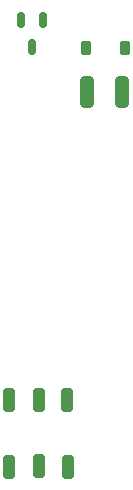
<source format=gbr>
%TF.GenerationSoftware,KiCad,Pcbnew,7.0.5*%
%TF.CreationDate,2023-06-02T17:32:58+02:00*%
%TF.ProjectId,Solar Cell offgrid Power,536f6c61-7220-4436-956c-6c206f666667,rev?*%
%TF.SameCoordinates,Original*%
%TF.FileFunction,Paste,Top*%
%TF.FilePolarity,Positive*%
%FSLAX46Y46*%
G04 Gerber Fmt 4.6, Leading zero omitted, Abs format (unit mm)*
G04 Created by KiCad (PCBNEW 7.0.5) date 2023-06-02 17:32:58*
%MOMM*%
%LPD*%
G01*
G04 APERTURE LIST*
G04 Aperture macros list*
%AMRoundRect*
0 Rectangle with rounded corners*
0 $1 Rounding radius*
0 $2 $3 $4 $5 $6 $7 $8 $9 X,Y pos of 4 corners*
0 Add a 4 corners polygon primitive as box body*
4,1,4,$2,$3,$4,$5,$6,$7,$8,$9,$2,$3,0*
0 Add four circle primitives for the rounded corners*
1,1,$1+$1,$2,$3*
1,1,$1+$1,$4,$5*
1,1,$1+$1,$6,$7*
1,1,$1+$1,$8,$9*
0 Add four rect primitives between the rounded corners*
20,1,$1+$1,$2,$3,$4,$5,0*
20,1,$1+$1,$4,$5,$6,$7,0*
20,1,$1+$1,$6,$7,$8,$9,0*
20,1,$1+$1,$8,$9,$2,$3,0*%
G04 Aperture macros list end*
%ADD10RoundRect,0.150000X-0.150000X0.512500X-0.150000X-0.512500X0.150000X-0.512500X0.150000X0.512500X0*%
%ADD11RoundRect,0.250000X-0.250000X-0.750000X0.250000X-0.750000X0.250000X0.750000X-0.250000X0.750000X0*%
%ADD12RoundRect,0.225000X-0.225000X-0.375000X0.225000X-0.375000X0.225000X0.375000X-0.225000X0.375000X0*%
%ADD13RoundRect,0.250000X-0.312500X-1.075000X0.312500X-1.075000X0.312500X1.075000X-0.312500X1.075000X0*%
G04 APERTURE END LIST*
D10*
%TO.C,Q1*%
X122800000Y-87255000D03*
X120900000Y-87255000D03*
X121850000Y-89530000D03*
%TD*%
D11*
%TO.C,J4*%
X119900000Y-125080000D03*
X122390000Y-125070000D03*
X124910000Y-125080000D03*
X124830000Y-119450000D03*
X122410000Y-119430000D03*
X119900000Y-119440000D03*
%TD*%
D12*
%TO.C,D1*%
X126420000Y-89630000D03*
X129720000Y-89630000D03*
%TD*%
D13*
%TO.C,R1*%
X126537500Y-93360000D03*
X129462500Y-93360000D03*
%TD*%
M02*

</source>
